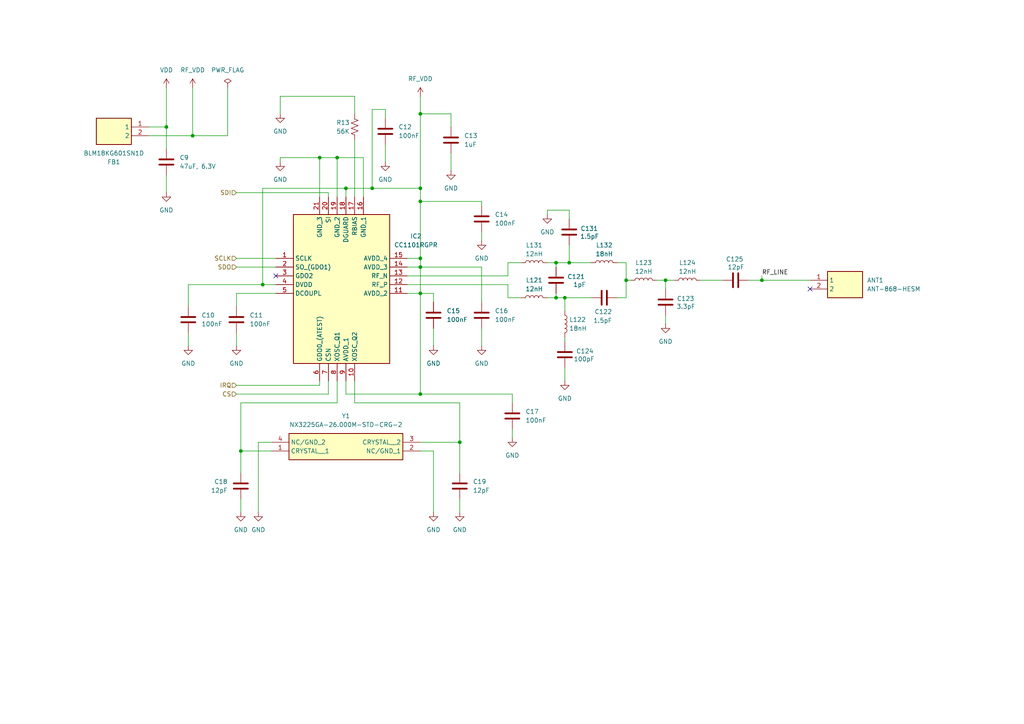
<source format=kicad_sch>
(kicad_sch (version 20250114) (generator "eeschema") (generator_version "9.0")
  (paper "A4")
  (title_block (title "RF") (date "2025-10-02") (rev "REV0.0") (company "NPX4U"))
  (lib_symbols
    (symbol "ANT-868-HESM:ANT-868-HESM"
      (property "Reference" "ANT" (at 16.51 7.62 0))
      (property "Value" "ANT-868-HESM" (at 16.51 5.08 0))
      (symbol "ANT-868-HESM_1_1"
        (rectangle (start 5.08 2.54) (end 15.24 -5.08) (stroke (width 0.254)) (fill (type background)))
        (pin passive line (at 0 0 0) (length 5.08) (name "1") (number "1"))
        (pin passive line (at 0 -2.54 0) (length 5.08) (name "2") (number "2"))
      )
    )
    (symbol "BLM18KG601SN1:BLM18KG601SN1D"
      (property "Reference" "FB" (at 16.51 7.62 0))
      (property "Value" "BLM18KG601SN1D" (at 16.51 5.08 0))
      (symbol "BLM18KG601SN1D_1_1"
        (rectangle (start 5.08 2.54) (end 15.24 -5.08) (stroke (width 0.254)) (fill (type background)))
        (pin passive line (at 0 0 0) (length 5.08) (name "1") (number "1"))
        (pin passive line (at 0 -2.54 0) (length 5.08) (name "2") (number "2"))
      )
    )
    (symbol "CC1101RGPR:CC1101RGPR"
      (property "Reference" "IC" (at 34.29 17.78 0))
      (property "Value" "CC1101RGPR" (at 34.29 15.24 0))
      (symbol "CC1101RGPR_1_1"
        (rectangle (start 5.08 12.7) (end 33.02 -30.48) (stroke (width 0.254)) (fill (type background)))
        (pin passive line (at 0 0 0) (length 5.08) (name "SCLK") (number "1"))
        (pin passive line (at 0 -2.54 0) (length 5.08) (name "SO_(GDO1)") (number "2"))
        (pin passive line (at 0 -5.08 0) (length 5.08) (name "GDO2") (number "3"))
        (pin passive line (at 0 -7.62 0) (length 5.08) (name "DVDD") (number "4"))
        (pin passive line (at 0 -10.16 0) (length 5.08) (name "DCOUPL") (number "5"))
        (pin passive line (at 12.7 17.78 270) (length 5.08) (name "GND_3") (number "21"))
        (pin passive line (at 12.7 -35.56 90) (length 5.08) (name "GDO0_(ATEST)") (number "6"))
        (pin passive line (at 15.24 17.78 270) (length 5.08) (name "SI") (number "20"))
        (pin passive line (at 15.24 -35.56 90) (length 5.08) (name "CSN") (number "7"))
        (pin passive line (at 17.78 17.78 270) (length 5.08) (name "GND_2") (number "19"))
        (pin passive line (at 17.78 -35.56 90) (length 5.08) (name "XOSC_Q1") (number "8"))
        (pin passive line (at 20.32 17.78 270) (length 5.08) (name "DGUARD") (number "18"))
        (pin passive line (at 20.32 -35.56 90) (length 5.08) (name "AVDD_1") (number "9"))
        (pin passive line (at 22.86 17.78 270) (length 5.08) (name "RBIAS") (number "17"))
        (pin passive line (at 22.86 -35.56 90) (length 5.08) (name "XOSC_Q2") (number "10"))
        (pin passive line (at 25.4 17.78 270) (length 5.08) (name "GND_1") (number "16"))
        (pin passive line (at 38.1 0 180) (length 5.08) (name "AVDD_4") (number "15"))
        (pin passive line (at 38.1 -2.54 180) (length 5.08) (name "AVDD_3") (number "14"))
        (pin passive line (at 38.1 -5.08 180) (length 5.08) (name "RF_N") (number "13"))
        (pin passive line (at 38.1 -7.62 180) (length 5.08) (name "RF_P") (number "12"))
        (pin passive line (at 38.1 -10.16 180) (length 5.08) (name "AVDD_2") (number "11"))
      )
    )
    (symbol "Device:C" (pin_numbers (hide yes)) (pin_names (offset 0.254))
      (property "Reference" "C" (at 0.635 2.54 0))
      (property "Value" "C" (at 0.635 -2.54 0))
      (symbol "C_0_1"
        (polyline (pts (xy -2.032 0.762) (xy 2.032 0.762)) (stroke (width 0.508)))
        (polyline (pts (xy -2.032 -0.762) (xy 2.032 -0.762)) (stroke (width 0.508)))
      )
      (symbol "C_1_1"
        (pin passive line (at 0 3.81 270) (length 2.794) (name "~") (number "1"))
        (pin passive line (at 0 -3.81 90) (length 2.794) (name "~") (number "2"))
      )
    )
    (symbol "Device:L" (pin_numbers (hide yes)) (pin_names (offset 1.016) (hide yes))
      (property "Reference" "L" (at -1.27 0 90))
      (property "Value" "L" (at 1.905 0 90))
      (symbol "L_0_1"
        (arc (start 0 2.54) (mid 0.6323 1.905) (end 0 1.27))
        (arc (start 0 1.27) (mid 0.6323 0.635) (end 0 0))
        (arc (start 0 0) (mid 0.6323 -0.635) (end 0 -1.27))
        (arc (start 0 -1.27) (mid 0.6323 -1.905) (end 0 -2.54))
      )
      (symbol "L_1_1"
        (pin passive line (at 0 3.81 270) (length 1.27) (name "1") (number "1"))
        (pin passive line (at 0 -3.81 90) (length 1.27) (name "2") (number "2"))
      )
    )
    (symbol "Device:R_US" (pin_numbers (hide yes)) (pin_names (offset 0))
      (property "Reference" "R" (at 2.54 0 90))
      (property "Value" "R_US" (at -2.54 0 90))
      (symbol "R_US_0_1"
        (polyline (pts (xy 0 2.286) (xy 0 2.54)))
        (polyline (pts (xy 0 2.286) (xy 1.016 1.905) (xy 0 1.524) (xy -1.016 1.143) (xy 0 0.762)))
        (polyline (pts (xy 0 0.762) (xy 1.016 0.381) (xy 0 0) (xy -1.016 -0.381) (xy 0 -0.762)))
        (polyline (pts (xy 0 -0.762) (xy 1.016 -1.143) (xy 0 -1.524) (xy -1.016 -1.905) (xy 0 -2.286)))
        (polyline (pts (xy 0 -2.286) (xy 0 -2.54)))
      )
      (symbol "R_US_1_1"
        (pin passive line (at 0 3.81 270) (length 1.27) (name "~") (number "1"))
        (pin passive line (at 0 -3.81 90) (length 1.27) (name "~") (number "2"))
      )
    )
    (symbol "NX3225GA-26_000M-STD-CRG-2:NX3225GA-26.000M-STD-CRG-2"
      (property "Reference" "Y" (at 39.37 7.62 0))
      (property "Value" "NX3225GA-26.000M-STD-CRG-2" (at 39.37 5.08 0))
      (symbol "NX3225GA-26.000M-STD-CRG-2_1_1"
        (rectangle (start 5.08 2.54) (end 38.1 -5.08) (stroke (width 0.254)) (fill (type background)))
        (pin passive line (at 0 0 0) (length 5.08) (name "NC/GND_2") (number "4"))
        (pin passive line (at 0 -2.54 0) (length 5.08) (name "CRYSTAL__1") (number "1"))
        (pin passive line (at 43.18 0 180) (length 5.08) (name "CRYSTAL__2") (number "3"))
        (pin passive line (at 43.18 -2.54 180) (length 5.08) (name "NC/GND_1") (number "2"))
      )
    )
    (symbol "power:GND" (power) (pin_numbers (hide yes)) (pin_names (offset 0) (hide yes))
      (property "Value" "GND" (at 0 -3.81 0))
      (symbol "GND_0_1"
        (polyline (pts (xy 0 0) (xy 0 -1.27) (xy 1.27 -1.27) (xy 0 -2.54) (xy -1.27 -1.27) (xy 0 -1.27)))
      )
      (symbol "GND_1_1"
        (pin power_in line (at 0 0 270) (length 0) (name "~") (number "1"))
      )
    )
    (symbol "power:PWR_FLAG" (power) (pin_numbers (hide yes)) (pin_names (offset 0) (hide yes))
      (property "Value" "PWR_FLAG" (at 0 3.81 0))
      (symbol "PWR_FLAG_0_0"
        (pin power_out line (at 0 0 90) (length 0) (name "~") (number "1"))
      )
      (symbol "PWR_FLAG_0_1"
        (polyline (pts (xy 0 0) (xy 0 1.27) (xy -1.016 1.905) (xy 0 2.54) (xy 1.016 1.905) (xy 0 1.27)))
      )
    )
    (symbol "power:VDD" (power) (pin_numbers (hide yes)) (pin_names (offset 0) (hide yes))
      (property "Value" "VDD" (at 0 3.556 0))
      (symbol "VDD_0_1"
        (polyline (pts (xy -0.762 1.27) (xy 0 2.54)))
        (polyline (pts (xy 0 2.54) (xy 0.762 1.27)))
        (polyline (pts (xy 0 0) (xy 0 2.54)))
      )
      (symbol "VDD_1_1"
        (pin power_in line (at 0 0 90) (length 0) (name "~") (number "1"))
      )
    )
  )
  (junction (at 92.71 45.72))
  (junction (at 121.92 58.42))
  (junction (at 100.33 54.61))
  (junction (at 121.92 33.02))
  (junction (at 163.83 86.36))
  (junction (at 121.92 74.93))
  (junction (at 193.04 81.28))
  (junction (at 165.1 76.2))
  (junction (at 161.29 86.36))
  (junction (at 220.98 81.28))
  (junction (at 133.35 128.27))
  (junction (at 48.26 36.83))
  (junction (at 161.29 76.2))
  (junction (at 121.92 54.61))
  (junction (at 121.92 77.47))
  (junction (at 181.61 81.28))
  (junction (at 121.92 114.3))
  (junction (at 107.95 54.61))
  (junction (at 69.85 130.81))
  (junction (at 76.2 82.55))
  (junction (at 97.79 45.72))
  (junction (at 55.88 39.37))
  (junction (at 121.92 85.09))
  (no_connect (at 80.01 80.01))
  (no_connect (at 234.95 83.82))
  (wire (pts (xy 121.92 114.3) (xy 121.92 85.09)))
  (wire (pts (xy 102.87 116.84) (xy 102.87 110.49)))
  (wire (pts (xy 139.7 58.42) (xy 139.7 59.69)))
  (wire (pts (xy 179.07 76.2) (xy 181.61 76.2)))
  (wire (pts (xy 102.87 27.94) (xy 102.87 33.02)))
  (wire (pts (xy 163.83 97.79) (xy 163.83 99.06)))
  (wire (pts (xy 105.41 45.72) (xy 105.41 57.15)))
  (wire (pts (xy 81.28 45.72) (xy 92.71 45.72)))
  (wire (pts (xy 163.83 86.36) (xy 161.29 86.36)))
  (wire (pts (xy 97.79 116.84) (xy 97.79 110.49)))
  (wire (pts (xy 139.7 67.31) (xy 139.7 69.85)))
  (wire (pts (xy 125.73 130.81) (xy 125.73 148.59)))
  (wire (pts (xy 111.76 41.91) (xy 111.76 46.99)))
  (wire (pts (xy 158.75 62.23) (xy 158.75 60.96)))
  (wire (pts (xy 158.75 76.2) (xy 161.29 76.2)))
  (wire (pts (xy 193.04 81.28) (xy 195.58 81.28)))
  (wire (pts (xy 107.95 54.61) (xy 121.92 54.61)))
  (wire (pts (xy 95.25 114.3) (xy 95.25 110.49)))
  (wire (pts (xy 54.61 96.52) (xy 54.61 100.33)))
  (wire (pts (xy 121.92 77.47) (xy 121.92 74.93)))
  (wire (pts (xy 55.88 39.37) (xy 43.18 39.37)))
  (wire (pts (xy 193.04 91.44) (xy 193.04 93.98)))
  (wire (pts (xy 100.33 57.15) (xy 100.33 54.61)))
  (wire (pts (xy 121.92 54.61) (xy 121.92 58.42)))
  (wire (pts (xy 121.92 130.81) (xy 125.73 130.81)))
  (wire (pts (xy 68.58 96.52) (xy 68.58 100.33)))
  (wire (pts (xy 147.32 82.55) (xy 147.32 86.36)))
  (wire (pts (xy 95.25 55.88) (xy 95.25 57.15)))
  (wire (pts (xy 80.01 82.55) (xy 76.2 82.55)))
  (wire (pts (xy 74.93 128.27) (xy 78.74 128.27)))
  (wire (pts (xy 163.83 106.68) (xy 163.83 110.49)))
  (wire (pts (xy 68.58 74.93) (xy 80.01 74.93)))
  (wire (pts (xy 139.7 95.25) (xy 139.7 100.33)))
  (wire (pts (xy 133.35 137.16) (xy 133.35 128.27)))
  (wire (pts (xy 179.07 86.36) (xy 181.61 86.36)))
  (wire (pts (xy 130.81 33.02) (xy 121.92 33.02)))
  (wire (pts (xy 92.71 45.72) (xy 97.79 45.72)))
  (wire (pts (xy 68.58 55.88) (xy 95.25 55.88)))
  (wire (pts (xy 217.17 81.28) (xy 220.98 81.28)))
  (wire (pts (xy 81.28 33.02) (xy 81.28 27.94)))
  (wire (pts (xy 69.85 137.16) (xy 69.85 130.81)))
  (wire (pts (xy 158.75 86.36) (xy 161.29 86.36)))
  (wire (pts (xy 68.58 85.09) (xy 80.01 85.09)))
  (wire (pts (xy 139.7 87.63) (xy 139.7 77.47)))
  (wire (pts (xy 76.2 82.55) (xy 76.2 54.61)))
  (wire (pts (xy 121.92 58.42) (xy 121.92 74.93)))
  (wire (pts (xy 165.1 76.2) (xy 171.45 76.2)))
  (wire (pts (xy 69.85 144.78) (xy 69.85 148.59)))
  (wire (pts (xy 107.95 31.75) (xy 107.95 54.61)))
  (wire (pts (xy 54.61 88.9) (xy 54.61 82.55)))
  (wire (pts (xy 74.93 148.59) (xy 74.93 128.27)))
  (wire (pts (xy 118.11 85.09) (xy 121.92 85.09)))
  (wire (pts (xy 147.32 86.36) (xy 151.13 86.36)))
  (wire (pts (xy 54.61 82.55) (xy 76.2 82.55)))
  (wire (pts (xy 165.1 60.96) (xy 165.1 63.5)))
  (wire (pts (xy 130.81 44.45) (xy 130.81 49.53)))
  (wire (pts (xy 121.92 114.3) (xy 148.59 114.3)))
  (wire (pts (xy 220.98 80.01) (xy 220.98 81.28)))
  (wire (pts (xy 118.11 77.47) (xy 121.92 77.47)))
  (wire (pts (xy 69.85 116.84) (xy 97.79 116.84)))
  (wire (pts (xy 68.58 114.3) (xy 95.25 114.3)))
  (wire (pts (xy 181.61 76.2) (xy 181.61 81.28)))
  (wire (pts (xy 121.92 85.09) (xy 121.92 77.47)))
  (wire (pts (xy 163.83 90.17) (xy 163.83 86.36)))
  (wire (pts (xy 76.2 54.61) (xy 100.33 54.61)))
  (wire (pts (xy 68.58 77.47) (xy 80.01 77.47)))
  (wire (pts (xy 69.85 130.81) (xy 78.74 130.81)))
  (wire (pts (xy 190.5 81.28) (xy 193.04 81.28)))
  (wire (pts (xy 193.04 81.28) (xy 193.04 83.82)))
  (wire (pts (xy 165.1 71.12) (xy 165.1 76.2)))
  (wire (pts (xy 100.33 114.3) (xy 121.92 114.3)))
  (wire (pts (xy 158.75 60.96) (xy 165.1 60.96)))
  (wire (pts (xy 97.79 45.72) (xy 97.79 57.15)))
  (wire (pts (xy 92.71 57.15) (xy 92.71 45.72)))
  (wire (pts (xy 163.83 86.36) (xy 171.45 86.36)))
  (wire (pts (xy 43.18 36.83) (xy 48.26 36.83)))
  (wire (pts (xy 181.61 86.36) (xy 181.61 81.28)))
  (wire (pts (xy 92.71 111.76) (xy 92.71 110.49)))
  (wire (pts (xy 111.76 31.75) (xy 107.95 31.75)))
  (wire (pts (xy 48.26 36.83) (xy 48.26 25.4)))
  (wire (pts (xy 81.28 27.94) (xy 102.87 27.94)))
  (wire (pts (xy 148.59 114.3) (xy 148.59 116.84)))
  (wire (pts (xy 81.28 46.99) (xy 81.28 45.72)))
  (wire (pts (xy 147.32 80.01) (xy 147.32 76.2)))
  (wire (pts (xy 100.33 110.49) (xy 100.33 114.3)))
  (wire (pts (xy 121.92 27.94) (xy 121.92 33.02)))
  (wire (pts (xy 68.58 88.9) (xy 68.58 85.09)))
  (wire (pts (xy 181.61 81.28) (xy 182.88 81.28)))
  (wire (pts (xy 118.11 82.55) (xy 147.32 82.55)))
  (wire (pts (xy 55.88 25.4) (xy 55.88 39.37)))
  (wire (pts (xy 66.04 39.37) (xy 55.88 39.37)))
  (wire (pts (xy 121.92 33.02) (xy 121.92 54.61)))
  (wire (pts (xy 161.29 76.2) (xy 165.1 76.2)))
  (wire (pts (xy 118.11 80.01) (xy 147.32 80.01)))
  (wire (pts (xy 66.04 25.4) (xy 66.04 39.37)))
  (wire (pts (xy 133.35 116.84) (xy 102.87 116.84)))
  (wire (pts (xy 121.92 85.09) (xy 125.73 85.09)))
  (wire (pts (xy 121.92 128.27) (xy 133.35 128.27)))
  (wire (pts (xy 139.7 77.47) (xy 121.92 77.47)))
  (wire (pts (xy 48.26 50.8) (xy 48.26 55.88)))
  (wire (pts (xy 125.73 95.25) (xy 125.73 100.33)))
  (wire (pts (xy 48.26 36.83) (xy 48.26 43.18)))
  (wire (pts (xy 133.35 128.27) (xy 133.35 116.84)))
  (wire (pts (xy 133.35 144.78) (xy 133.35 148.59)))
  (wire (pts (xy 69.85 130.81) (xy 69.85 116.84)))
  (wire (pts (xy 97.79 45.72) (xy 105.41 45.72)))
  (wire (pts (xy 121.92 74.93) (xy 118.11 74.93)))
  (wire (pts (xy 125.73 87.63) (xy 125.73 85.09)))
  (wire (pts (xy 148.59 124.46) (xy 148.59 127)))
  (wire (pts (xy 68.58 111.76) (xy 92.71 111.76)))
  (wire (pts (xy 121.92 58.42) (xy 139.7 58.42)))
  (wire (pts (xy 100.33 54.61) (xy 107.95 54.61)))
  (wire (pts (xy 220.98 81.28) (xy 234.95 81.28)))
  (wire (pts (xy 203.2 81.28) (xy 209.55 81.28)))
  (wire (pts (xy 147.32 76.2) (xy 151.13 76.2)))
  (wire (pts (xy 111.76 31.75) (xy 111.76 34.29)))
  (wire (pts (xy 161.29 76.2) (xy 161.29 77.47)))
  (wire (pts (xy 130.81 36.83) (xy 130.81 33.02)))
  (wire (pts (xy 161.29 86.36) (xy 161.29 85.09)))
  (wire (pts (xy 102.87 40.64) (xy 102.87 57.15)))
  (label "RF_LINE" (at 220.98 80.01 0))
  (hierarchical_label "CS" (shape input) (at 68.58 114.3 180))
  (hierarchical_label "SDO" (shape input) (at 68.58 77.47 180))
  (hierarchical_label "SDI" (shape input) (at 68.58 55.88 180))
  (hierarchical_label "IRQ" (shape input) (at 68.58 111.76 180))
  (hierarchical_label "SCLK" (shape input) (at 68.58 74.93 180))
  (symbol (lib_id "Device:L") (at 154.94 76.2 90) (unit 1)
    (property "Reference" "L131" (at 154.94 71.12 90))
    (property "Value" "12nH" (at 154.94 73.66 90))
    (property "Footprint" "Inductor_SMD:L_0402_1005Metric" (effects (hide yes)))
    (property "Description" "Inductor" (effects (hide yes)))
    (property "Mouser Part Number" "81-LQW15AN12NJ80D" (effects (hide yes)))
    (property "Supplier Link" "https://pt.mouser.com/ProductDetail/Murata-Electronics/LQW15AN12NJ80D?qs=p1l%252BOuySasI0Z4MLb3Accg%3D%3D" (effects (hide yes)))
    (property "Manufacturer" "Murata" (effects (hide yes)))
    (property "Manufacturer Part Number" "LQW15AN12NJ80D" (effects (hide yes)))
  )
  (symbol (lib_id "power:VDD") (at 48.26 25.4 0) (unit 1)
    (property "Reference" "#PWR016" (effects (hide yes)))
    (property "Value" "VDD" (at 48.26 20.32 0))
    (property "Description" "Power symbol creates a global label with name \"VDD\"" (effects (hide yes)))
  )
  (symbol (lib_id "power:GND") (at 193.04 93.98 0) (unit 1)
    (property "Reference" "#PWR037" (effects (hide yes)))
    (property "Value" "GND" (at 193.04 99.06 0))
    (property "Description" "Power symbol creates a global label with name \"GND\" , ground" (effects (hide yes)))
  )
  (symbol (lib_id "Device:C") (at 161.29 81.28 180) (unit 1)
    (property "Reference" "C121" (at 169.672 80.264 0) (effects (justify left)))
    (property "Value" "1pF" (at 169.926 82.55 0) (effects (justify left)))
    (property "Footprint" "Capacitor_SMD:C_0402_1005Metric" (effects (hide yes)))
    (property "Description" "Unpolarized capacitor" (effects (hide yes)))
    (property "Mouser Part Number" "81-GRM1555C1H1R0BA1J" (effects (hide yes)))
    (property "Supplier Link" "https://pt.mouser.com/ProductDetail/Murata-Electronics/GRM1555C1H1R0BA01J?qs=ouTquLLW2S5DcHZ7kLUjdg%3D%3D" (effects (hide yes)))
    (property "Manufacturer" "Murata" (effects (hide yes)))
    (property "Manufacturer Part Number" "GRM1555C1H1R0BA01J" (effects (hide yes)))
  )
  (symbol (lib_id "Device:C") (at 213.36 81.28 90) (unit 1)
    (property "Reference" "C125" (at 215.646 75.184 90) (effects (justify left)))
    (property "Value" "12pF" (at 215.8999 77.47 90) (effects (justify left)))
    (property "Footprint" "Capacitor_SMD:C_0402_1005Metric" (effects (hide yes)))
    (property "Description" "Unpolarized capacitor" (effects (hide yes)))
    (property "Mouser Part Number" "81-GRM1555C1H120FA1D" (effects (hide yes)))
    (property "Supplier Link" "https://pt.mouser.com/ProductDetail/Murata-Electronics/GRM1555C1H120FA01D?qs=ouTquLLW2S4GiX6b03cbUg%3D%3D" (effects (hide yes)))
    (property "Manufacturer" "Murata" (effects (hide yes)))
    (property "Manufacturer Part Number" "GRM1555C1H120FA01D" (effects (hide yes)))
  )
  (symbol (lib_id "ANT-868-HESM:ANT-868-HESM") (at 234.95 81.28 0) (unit 1)
    (property "Reference" "ANT1" (at 251.46 81.2799 0) (effects (justify left)))
    (property "Value" "ANT-868-HESM" (at 251.46 83.8199 0) (effects (justify left)))
    (property "Footprint" "MyParts:ANT-868-HESM" (effects (hide yes)))
    (property "Datasheet" "https://www.te.com/commerce/DocumentDelivery/DDEController?Action=showdoc&DocId=Data+Sheet%7Fant-868-hexx%7FA%7Fpdf%7FEnglish%7FENG_DS_ant-868-hexx_A.pdf%7FANT-868-HETH" (effects (hide yes)))
    (property "Description" "868MHz ISM, LPWA Helical RF Antenna 862MHz ~ 876MHz 5.6dBi Solder Through Hole" (effects (hide yes)))
    (property "Height" "8.9" (effects (hide yes)))
    (property "Mouser Part Number" "712-ANT-868-HESM" (effects (hide yes)))
    (property "Supplier Link" "https://eu.mouser.com/ProductDetail/TE-Connectivity-Linx-Technologies/ANT-868-HESM?qs=hWgE7mdIu5TTyqPbNERfhg%3D%3D" (effects (hide yes)))
    (property "Manufacturer" "TE Connectivity" (effects (hide yes)))
    (property "Manufacturer Part Number" "ANT-868-HETH" (effects (hide yes)))
  )
  (symbol (lib_id "Device:R_US") (at 102.87 36.83 180) (unit 1)
    (property "Reference" "R13" (at 97.536 35.56 0) (effects (justify right)))
    (property "Value" "56K" (at 97.536 38.1 0) (effects (justify right)))
    (property "Footprint" "Resistor_SMD:R_0402_1005Metric" (effects (hide yes)))
    (property "Description" "Resistor, US symbol" (effects (hide yes)))
    (property "Mouser Part Number" "667-ERJ-PA2F5602X" (effects (hide yes)))
    (property "Supplier Link" "https://pt.mouser.com/ProductDetail/Panasonic/ERJ-PA2F5602X?qs=sGAEpiMZZMvdGkrng054t39FRO7iDkA6z1H%252BqyfqNLr9YdfcpMbawA%3D%3D" (effects (hide yes)))
    (property "Manufacturer" "Panasonic" (effects (hide yes)))
    (property "Manufacturer Part Number" "ERJ-PA2F5602X" (effects (hide yes)))
  )
  (symbol (lib_id "Device:C") (at 165.1 67.31 180) (unit 1)
    (property "Reference" "C131" (at 173.482 66.294 0) (effects (justify left)))
    (property "Value" "1.5pF" (at 173.736 68.58 0) (effects (justify left)))
    (property "Footprint" "Capacitor_SMD:C_0402_1005Metric" (effects (hide yes)))
    (property "Description" "Unpolarized capacitor" (effects (hide yes)))
    (property "Mouser Part Number" "81-GRM1555C1E1R5BA1D" (effects (hide yes)))
    (property "Supplier Link" "https://pt.mouser.com/ProductDetail/Murata-Electronics/GRM1555C1E1R5BA01D?qs=ouTquLLW2S6xHAnxxZWZ1w%3D%3D" (effects (hide yes)))
    (property "Manufacturer" "Murata" (effects (hide yes)))
    (property "Manufacturer Part Number" "GRM1555C1E1R5BA01D" (effects (hide yes)))
  )
  (symbol (lib_id "Device:L") (at 154.94 86.36 90) (unit 1)
    (property "Reference" "L121" (at 154.94 81.28 90))
    (property "Value" "12nH" (at 154.94 83.82 90))
    (property "Footprint" "Inductor_SMD:L_0402_1005Metric" (effects (hide yes)))
    (property "Description" "Inductor" (effects (hide yes)))
    (property "Mouser Part Number" "81-LQW15AN12NJ80D" (effects (hide yes)))
    (property "Supplier Link" "https://pt.mouser.com/ProductDetail/Murata-Electronics/LQW15AN12NJ80D?qs=p1l%252BOuySasI0Z4MLb3Accg%3D%3D" (effects (hide yes)))
    (property "Manufacturer" "Murata" (effects (hide yes)))
    (property "Manufacturer Part Number" "LQW15AN12NJ80D" (effects (hide yes)))
  )
  (symbol (lib_id "power:GND") (at 54.61 100.33 0) (unit 1)
    (property "Reference" "#PWR051" (effects (hide yes)))
    (property "Value" "GND" (at 54.61 105.41 0))
    (property "Description" "Power symbol creates a global label with name \"GND\" , ground" (effects (hide yes)))
  )
  (symbol (lib_id "power:GND") (at 130.81 49.53 0) (unit 1)
    (property "Reference" "#PWR049" (effects (hide yes)))
    (property "Value" "GND" (at 130.81 54.61 0))
    (property "Description" "Power symbol creates a global label with name \"GND\" , ground" (effects (hide yes)))
  )
  (symbol (lib_id "CC1101RGPR:CC1101RGPR") (at 80.01 74.93 0) (unit 1)
    (property "Reference" "IC2" (at 120.65 68.5098 0))
    (property "Value" "CC1101RGPR" (at 120.65 71.0498 0))
    (property "Footprint" "MyParts:QFN50P400X400X100-21N-D" (effects (hide yes)))
    (property "Datasheet" "http://www.ti.com/lit/gpn/cc1101" (effects (hide yes)))
    (property "Description" "Low-Power Sub-1GHz RF Transceiver" (effects (hide yes)))
    (property "Height" "1" (effects (hide yes)))
    (property "Mouser Part Number" "595-CC1101RGPR" (effects (hide yes)))
    (property "Supplier Link" "https://www.mouser.co.uk/ProductDetail/Texas-Instruments/CC1101RGPR?qs=OHhYoCux73lreNWI41kZ9Q%3D%3D" (effects (hide yes)))
    (property "Manufacturer" "Texas Instruments" (effects (hide yes)))
    (property "Manufacturer Part Number" "CC1101RGPR" (effects (hide yes)))
  )
  (symbol (lib_id "Device:C") (at 163.83 102.87 180) (unit 1)
    (property "Reference" "C124" (at 172.212 101.854 0) (effects (justify left)))
    (property "Value" "100pF" (at 172.466 104.14 0) (effects (justify left)))
    (property "Footprint" "Capacitor_SMD:C_0402_1005Metric" (effects (hide yes)))
    (property "Description" "Unpolarized capacitor" (effects (hide yes)))
    (property "Mouser Part Number" "81-GRM1555C1H101FA1J" (effects (hide yes)))
    (property "Supplier Link" "https://pt.mouser.com/ProductDetail/Murata-Electronics/GRM1555C1H101FA01J?qs=ouTquLLW2S5iwhfDVY6IbQ%3D%3D" (effects (hide yes)))
    (property "Manufacturer" "Murata" (effects (hide yes)))
    (property "Manufacturer Part Number" "GRM1555C1H101FA01J" (effects (hide yes)))
  )
  (symbol (lib_id "Device:C") (at 148.59 120.65 0) (unit 1)
    (property "Reference" "C17" (at 152.4 119.3799 0) (effects (justify left)))
    (property "Value" "100nF" (at 152.4 121.9199 0) (effects (justify left)))
    (property "Footprint" "Capacitor_SMD:C_0402_1005Metric" (effects (hide yes)))
    (property "Description" "Unpolarized capacitor" (effects (hide yes)))
    (property "Mouser Part Number" "603-CC402KRX7R7BB104" (effects (hide yes)))
    (property "Supplier Link" "https://pt.mouser.com/ProductDetail/YAGEO/CC0402KRX7R7BB104?qs=AgBp2OyFlx%252BSOyhfyS7hpw%3D%3D" (effects (hide yes)))
    (property "Manufacturer" "Yageo" (effects (hide yes)))
    (property "Manufacturer Part Number" "CC0402KRX7R7BB104" (effects (hide yes)))
  )
  (symbol (lib_id "Device:L") (at 186.69 81.28 90) (unit 1)
    (property "Reference" "L123" (at 186.69 76.2 90))
    (property "Value" "12nH" (at 186.69 78.74 90))
    (property "Footprint" "Inductor_SMD:L_0402_1005Metric" (effects (hide yes)))
    (property "Description" "Inductor" (effects (hide yes)))
    (property "Mouser Part Number" "81-LQW15AN12NJ80D" (effects (hide yes)))
    (property "Supplier Link" "https://pt.mouser.com/ProductDetail/Murata-Electronics/LQW15AN12NJ80D?qs=p1l%252BOuySasI0Z4MLb3Accg%3D%3D" (effects (hide yes)))
    (property "Manufacturer" "Murata" (effects (hide yes)))
    (property "Manufacturer Part Number" "LQW15AN12NJ80D" (effects (hide yes)))
  )
  (symbol (lib_id "Device:C") (at 133.35 140.97 0) (unit 1)
    (property "Reference" "C19" (at 137.16 139.6999 0) (effects (justify left)))
    (property "Value" "12pF" (at 137.16 142.2399 0) (effects (justify left)))
    (property "Footprint" "Capacitor_SMD:C_0402_1005Metric" (effects (hide yes)))
    (property "Description" "Unpolarized capacitor" (effects (hide yes)))
    (property "Mouser Part Number" "81-GRM1555C1H120FA1D" (effects (hide yes)))
    (property "Supplier Link" "https://pt.mouser.com/ProductDetail/Murata-Electronics/GRM1555C1H120FA01D?qs=ouTquLLW2S4GiX6b03cbUg%3D%3D" (effects (hide yes)))
    (property "Manufacturer" "Murata Electronics" (effects (hide yes)))
    (property "Manufacturer Part Number" "GRM1555C1H120FA1D" (effects (hide yes)))
  )
  (symbol (lib_id "BLM18KG601SN1:BLM18KG601SN1D") (at 43.18 36.83 0) (mirror y) (unit 1)
    (property "Reference" "FB1" (at 33.02 46.99 0))
    (property "Value" "BLM18KG601SN1D" (at 33.02 44.45 0))
    (property "Footprint" "MyParts:BLM18SP221SN1B" (effects (hide yes)))
    (property "Datasheet" "http://www.murata.com/~/media/webrenewal/support/library/catalog/products/emc/emifil/c31e.ashx?la=en-gb" (effects (hide yes)))
    (property "Description" "BLM18_N1D Series EMI Suppression Filter 600+/-25% at 100MHz 1.3A @85" (effects (hide yes)))
    (property "Height" "0.95" (effects (hide yes)))
    (property "Mouser Part Number" "81-BLM18KG601SN1D" (effects (hide yes)))
    (property "Supplier Link" "https://www.mouser.co.uk/ProductDetail/Murata-Electronics/BLM18KG601SN1D?qs=rvfpa0%252BU10NPWIt745bDHg%3D%3D" (effects (hide yes)))
    (property "Manufacturer" "Murata Electronics" (effects (hide yes)))
    (property "Manufacturer Part Number" "BLM18KG601SN1D" (effects (hide yes)))
  )
  (symbol (lib_id "power:GND") (at 158.75 62.23 0) (unit 1)
    (property "Reference" "#PWR035" (effects (hide yes)))
    (property "Value" "GND" (at 158.75 67.31 0))
    (property "Description" "Power symbol creates a global label with name \"GND\" , ground" (effects (hide yes)))
  )
  (symbol (lib_id "power:VDD") (at 121.92 27.94 0) (unit 1)
    (property "Reference" "#PWR039" (effects (hide yes)))
    (property "Value" "RF_VDD" (at 121.92 22.86 0))
    (property "Description" "Power symbol creates a global label with name \"VDD\"" (effects (hide yes)))
  )
  (symbol (lib_id "Device:C") (at 139.7 63.5 0) (unit 1)
    (property "Reference" "C14" (at 143.51 62.2299 0) (effects (justify left)))
    (property "Value" "100nF" (at 143.51 64.7699 0) (effects (justify left)))
    (property "Footprint" "Capacitor_SMD:C_0402_1005Metric" (effects (hide yes)))
    (property "Description" "Unpolarized capacitor" (effects (hide yes)))
    (property "Mouser Part Number" "603-CC402KRX7R7BB104" (effects (hide yes)))
    (property "Supplier Link" "https://pt.mouser.com/ProductDetail/YAGEO/CC0402KRX7R7BB104?qs=AgBp2OyFlx%252BSOyhfyS7hpw%3D%3D" (effects (hide yes)))
    (property "Manufacturer" "Yageo" (effects (hide yes)))
    (property "Manufacturer Part Number" "CC0402KRX7R7BB104" (effects (hide yes)))
  )
  (symbol (lib_id "power:GND") (at 125.73 148.59 0) (unit 1)
    (property "Reference" "#PWR046" (effects (hide yes)))
    (property "Value" "GND" (at 125.73 153.67 0))
    (property "Description" "Power symbol creates a global label with name \"GND\" , ground" (effects (hide yes)))
  )
  (symbol (lib_id "Device:C") (at 68.58 92.71 0) (unit 1)
    (property "Reference" "C11" (at 72.39 91.4399 0) (effects (justify left)))
    (property "Value" "100nF" (at 72.39 93.9799 0) (effects (justify left)))
    (property "Footprint" "Capacitor_SMD:C_0402_1005Metric" (effects (hide yes)))
    (property "Description" "Unpolarized capacitor" (effects (hide yes)))
    (property "Mouser Part Number" "603-CC402KRX7R7BB104" (effects (hide yes)))
    (property "Supplier Link" "https://pt.mouser.com/ProductDetail/YAGEO/CC0402KRX7R7BB104?qs=AgBp2OyFlx%252BSOyhfyS7hpw%3D%3D" (effects (hide yes)))
    (property "Manufacturer" "Yageo" (effects (hide yes)))
    (property "Manufacturer Part Number" "CC0402KRX7R7BB104" (effects (hide yes)))
  )
  (symbol (lib_id "power:GND") (at 68.58 100.33 0) (unit 1)
    (property "Reference" "#PWR038" (effects (hide yes)))
    (property "Value" "GND" (at 68.58 105.41 0))
    (property "Description" "Power symbol creates a global label with name \"GND\" , ground" (effects (hide yes)))
  )
  (symbol (lib_id "power:GND") (at 48.26 55.88 0) (unit 1)
    (property "Reference" "#PWR048" (effects (hide yes)))
    (property "Value" "GND" (at 48.26 60.96 0))
    (property "Description" "Power symbol creates a global label with name \"GND\" , ground" (effects (hide yes)))
  )
  (symbol (lib_id "power:GND") (at 81.28 46.99 0) (unit 1)
    (property "Reference" "#PWR017" (effects (hide yes)))
    (property "Value" "GND" (at 81.28 52.07 0))
    (property "Description" "Power symbol creates a global label with name \"GND\" , ground" (effects (hide yes)))
  )
  (symbol (lib_id "power:GND") (at 125.73 100.33 0) (unit 1)
    (property "Reference" "#PWR050" (effects (hide yes)))
    (property "Value" "GND" (at 125.73 105.41 0))
    (property "Description" "Power symbol creates a global label with name \"GND\" , ground" (effects (hide yes)))
  )
  (symbol (lib_id "power:GND") (at 163.83 110.49 0) (unit 1)
    (property "Reference" "#PWR036" (effects (hide yes)))
    (property "Value" "GND" (at 163.83 115.57 0))
    (property "Description" "Power symbol creates a global label with name \"GND\" , ground" (effects (hide yes)))
  )
  (symbol (lib_id "Device:C") (at 125.73 91.44 0) (unit 1)
    (property "Reference" "C15" (at 129.54 90.1699 0) (effects (justify left)))
    (property "Value" "100nF" (at 129.54 92.7099 0) (effects (justify left)))
    (property "Footprint" "Capacitor_SMD:C_0402_1005Metric" (effects (hide yes)))
    (property "Description" "Unpolarized capacitor" (effects (hide yes)))
    (property "Mouser Part Number" "603-CC402KRX7R7BB104" (effects (hide yes)))
    (property "Supplier Link" "https://pt.mouser.com/ProductDetail/YAGEO/CC0402KRX7R7BB104?qs=AgBp2OyFlx%252BSOyhfyS7hpw%3D%3D" (effects (hide yes)))
    (property "Manufacturer" "Yageo" (effects (hide yes)))
    (property "Manufacturer Part Number" "CC0402KRX7R7BB104" (effects (hide yes)))
  )
  (symbol (lib_id "Device:C") (at 48.26 46.99 0) (unit 1)
    (property "Reference" "C9" (at 52.07 45.7199 0) (effects (justify left)))
    (property "Value" "47uF, 6.3V" (at 52.07 48.2599 0) (effects (justify left)))
    (property "Footprint" "Capacitor_SMD:C_1206_3216Metric" (effects (hide yes)))
    (property "Description" "Unpolarized capacitor" (effects (hide yes)))
    (property "Mouser Part Number" "963-JMK325B7476MM-PR" (effects (hide yes)))
    (property "Supplier Link" "https://pt.mouser.com/ProductDetail/TAIYO-YUDEN/JMK325B7476MM-PR?qs=Zy5V7Kj3rCX4DwGK2%252BK4QQ%3D%3D" (effects (hide yes)))
    (property "Manufacturer" "TAYO YUDEN" (effects (hide yes)))
    (property "Manufacturer Part Number" "JMK325B7476MM-PR" (effects (hide yes)))
  )
  (symbol (lib_id "power:GND") (at 69.85 148.59 0) (unit 1)
    (property "Reference" "#PWR042" (effects (hide yes)))
    (property "Value" "GND" (at 69.85 153.67 0))
    (property "Description" "Power symbol creates a global label with name \"GND\" , ground" (effects (hide yes)))
  )
  (symbol (lib_id "power:GND") (at 139.7 69.85 0) (unit 1)
    (property "Reference" "#PWR053" (effects (hide yes)))
    (property "Value" "GND" (at 139.7 74.93 0))
    (property "Description" "Power symbol creates a global label with name \"GND\" , ground" (effects (hide yes)))
  )
  (symbol (lib_id "Device:C") (at 69.85 140.97 0) (mirror y) (unit 1)
    (property "Reference" "C18" (at 66.04 139.6999 0) (effects (justify left)))
    (property "Value" "12pF" (at 66.04 142.2399 0) (effects (justify left)))
    (property "Footprint" "Capacitor_SMD:C_0402_1005Metric" (effects (hide yes)))
    (property "Description" "Unpolarized capacitor" (effects (hide yes)))
    (property "Mouser Part Number" "81-GRM1555C1H120FA1D" (effects (hide yes)))
    (property "Supplier Link" "https://pt.mouser.com/ProductDetail/Murata-Electronics/GRM1555C1H120FA01D?qs=ouTquLLW2S4GiX6b03cbUg%3D%3D" (effects (hide yes)))
    (property "Manufacturer" "Murata Electronics" (effects (hide yes)))
    (property "Manufacturer Part Number" "GRM1555C1H120FA1D" (effects (hide yes)))
  )
  (symbol (lib_id "Device:L") (at 163.83 93.98 0) (unit 1)
    (property "Reference" "L122" (at 165.1 92.7099 0) (effects (justify left)))
    (property "Value" "18nH" (at 165.1 95.2499 0) (effects (justify left)))
    (property "Footprint" "Inductor_SMD:L_0402_1005Metric" (effects (hide yes)))
    (property "Description" "Inductor" (effects (hide yes)))
    (property "Mouser Part Number" "81-LQG15HH18NJ02D" (effects (hide yes)))
    (property "Supplier Link" "https://pt.mouser.com/ProductDetail/Murata-Electronics/LQG15HH18NJ02D?qs=%2F%252BYoplLUB5jGNEzMsrpOaQ%3D%3D" (effects (hide yes)))
    (property "Manufacturer" "Murata" (effects (hide yes)))
    (property "Manufacturer Part Number" "LQG15HH18NJ02D" (effects (hide yes)))
  )
  (symbol (lib_id "power:GND") (at 111.76 46.99 0) (unit 1)
    (property "Reference" "#PWR058" (effects (hide yes)))
    (property "Value" "GND" (at 111.76 52.07 0))
    (property "Description" "Power symbol creates a global label with name \"GND\" , ground" (effects (hide yes)))
  )
  (symbol (lib_id "Device:C") (at 130.81 40.64 0) (unit 1)
    (property "Reference" "C13" (at 134.62 39.3699 0) (effects (justify left)))
    (property "Value" "1uF" (at 134.62 41.9099 0) (effects (justify left)))
    (property "Footprint" "Capacitor_SMD:C_0402_1005Metric" (effects (hide yes)))
    (property "Description" "Unpolarized capacitor" (effects (hide yes)))
    (property "Mouser Part Number" "81-GXT155R60J105KE1D" (effects (hide yes)))
    (property "Supplier Link" "https://pt.mouser.com/ProductDetail/Murata-Electronics/GXT155R60J105KE01D?qs=d0WKAl%252BL4Kb4JfV7cPss8A%3D%3D" (effects (hide yes)))
    (property "Manufacturer" "Murata" (effects (hide yes)))
    (property "Manufacturer Part Number" "GXT155R60J105KE01D " (effects (hide yes)))
  )
  (symbol (lib_id "Device:C") (at 193.04 87.63 180) (unit 1)
    (property "Reference" "C123" (at 201.422 86.614 0) (effects (justify left)))
    (property "Value" "3.3pF" (at 201.676 88.9 0) (effects (justify left)))
    (property "Footprint" "Capacitor_SMD:C_0402_1005Metric" (effects (hide yes)))
    (property "Description" "Unpolarized capacitor" (effects (hide yes)))
    (property "Mouser Part Number" "81-GRM1555C1H3R3WA1D" (effects (hide yes)))
    (property "Supplier Link" "https://pt.mouser.com/ProductDetail/Murata-Electronics/GRM1555C1H3R3WA01D?qs=ouTquLLW2S75fzkTIuiuIg%3D%3D" (effects (hide yes)))
    (property "Manufacturer" "Murata" (effects (hide yes)))
    (property "Manufacturer Part Number" "GRM1555C1H3R3WA01D" (effects (hide yes)))
  )
  (symbol (lib_id "Device:L") (at 175.26 76.2 90) (unit 1)
    (property "Reference" "L132" (at 175.26 71.12 90))
    (property "Value" "18nH" (at 175.26 73.66 90))
    (property "Footprint" "Inductor_SMD:L_0402_1005Metric" (effects (hide yes)))
    (property "Description" "Inductor" (effects (hide yes)))
    (property "Mouser Part Number" "81-LQG15HH18NJ02D" (effects (hide yes)))
    (property "Supplier Link" "https://pt.mouser.com/ProductDetail/Murata-Electronics/LQG15HH18NJ02D?qs=%2F%252BYoplLUB5jGNEzMsrpOaQ%3D%3D" (effects (hide yes)))
    (property "Manufacturer" "Murata" (effects (hide yes)))
    (property "Manufacturer Part Number" "LQG15HH18NJ02D" (effects (hide yes)))
  )
  (symbol (lib_id "power:GND") (at 81.28 33.02 0) (unit 1)
    (property "Reference" "#PWR041" (effects (hide yes)))
    (property "Value" "GND" (at 81.28 38.1 0))
    (property "Description" "Power symbol creates a global label with name \"GND\" , ground" (effects (hide yes)))
  )
  (symbol (lib_id "power:GND") (at 139.7 100.33 0) (unit 1)
    (property "Reference" "#PWR052" (effects (hide yes)))
    (property "Value" "GND" (at 139.7 105.41 0))
    (property "Description" "Power symbol creates a global label with name \"GND\" , ground" (effects (hide yes)))
  )
  (symbol (lib_id "Device:L") (at 199.39 81.28 90) (unit 1)
    (property "Reference" "L124" (at 199.39 76.2 90))
    (property "Value" "12nH" (at 199.39 78.74 90))
    (property "Footprint" "Inductor_SMD:L_0402_1005Metric" (effects (hide yes)))
    (property "Description" "Inductor" (effects (hide yes)))
    (property "Mouser Part Number" "81-LQW15AN12NJ80D" (effects (hide yes)))
    (property "Supplier Link" "https://pt.mouser.com/ProductDetail/Murata-Electronics/LQW15AN12NJ80D?qs=p1l%252BOuySasI0Z4MLb3Accg%3D%3D" (effects (hide yes)))
    (property "Manufacturer" "Murata" (effects (hide yes)))
    (property "Manufacturer Part Number" "LQW15AN12NJ80D" (effects (hide yes)))
  )
  (symbol (lib_id "Device:C") (at 139.7 91.44 0) (unit 1)
    (property "Reference" "C16" (at 143.51 90.1699 0) (effects (justify left)))
    (property "Value" "100nF" (at 143.51 92.7099 0) (effects (justify left)))
    (property "Footprint" "Capacitor_SMD:C_0402_1005Metric" (effects (hide yes)))
    (property "Description" "Unpolarized capacitor" (effects (hide yes)))
    (property "Mouser Part Number" "603-CC402KRX7R7BB104" (effects (hide yes)))
    (property "Supplier Link" "https://pt.mouser.com/ProductDetail/YAGEO/CC0402KRX7R7BB104?qs=AgBp2OyFlx%252BSOyhfyS7hpw%3D%3D" (effects (hide yes)))
    (property "Manufacturer" "Yageo" (effects (hide yes)))
    (property "Manufacturer Part Number" "CC0402KRX7R7BB104" (effects (hide yes)))
  )
  (symbol (lib_id "power:GND") (at 148.59 127 0) (unit 1)
    (property "Reference" "#PWR059" (effects (hide yes)))
    (property "Value" "GND" (at 148.59 132.08 0))
    (property "Description" "Power symbol creates a global label with name \"GND\" , ground" (effects (hide yes)))
  )
  (symbol (lib_id "power:VDD") (at 55.88 25.4 0) (unit 1)
    (property "Reference" "#PWR018" (effects (hide yes)))
    (property "Value" "RF_VDD" (at 55.88 20.32 0))
    (property "Description" "Power symbol creates a global label with name \"VDD\"" (effects (hide yes)))
  )
  (symbol (lib_id "power:PWR_FLAG") (at 66.04 25.4 0) (unit 1)
    (property "Reference" "#FLG04" (effects (hide yes)))
    (property "Value" "PWR_FLAG" (at 66.04 20.32 0))
    (property "Description" "Special symbol for telling ERC where power comes from" (effects (hide yes)))
  )
  (symbol (lib_id "NX3225GA-26_000M-STD-CRG-2:NX3225GA-26.000M-STD-CRG-2") (at 78.74 128.27 0) (unit 1)
    (property "Reference" "Y1" (at 100.33 120.65 0))
    (property "Value" "NX3225GA-26.000M-STD-CRG-2" (at 100.33 123.19 0))
    (property "Footprint" "MyParts:NX3225GA26000MSTDCRG2" (effects (hide yes)))
    (property "Datasheet" "https://www.ndk.com/images/products/catalog/c_NX3225GA-2_e.pdf" (effects (hide yes)))
    (property "Description" "26MHz 8pF +/-20ppm +/-30ppm SMD3225-4P Crystals ROHS  Operating Temperature -40~+85" (effects (hide yes)))
    (property "Height" "0.9" (effects (hide yes)))
    (property "Mouser Part Number" "344-NX3225GA26MSTRG2" (effects (hide yes)))
    (property "Supplier Link" "https://www.mouser.co.uk/ProductDetail/NDK/NX3225GA-26.000M-STD-CRG-2?qs=w%2Fv1CP2dgqrNyFiUoufKQw%3D%3D" (effects (hide yes)))
    (property "Manufacturer" "NDK" (effects (hide yes)))
    (property "Manufacturer Part Number" "NX3225GA-26.000M-STD-CRG-2" (effects (hide yes)))
  )
  (symbol (lib_id "Device:C") (at 111.76 38.1 0) (unit 1)
    (property "Reference" "C12" (at 115.57 36.8299 0) (effects (justify left)))
    (property "Value" "100nF" (at 115.57 39.3699 0) (effects (justify left)))
    (property "Footprint" "Capacitor_SMD:C_0402_1005Metric" (effects (hide yes)))
    (property "Description" "Unpolarized capacitor" (effects (hide yes)))
    (property "Mouser Part Number" "603-CC402KRX7R7BB104" (effects (hide yes)))
    (property "Supplier Link" "https://pt.mouser.com/ProductDetail/YAGEO/CC0402KRX7R7BB104?qs=AgBp2OyFlx%252BSOyhfyS7hpw%3D%3D" (effects (hide yes)))
    (property "Manufacturer" "Yageo" (effects (hide yes)))
    (property "Manufacturer Part Number" "CC0402KRX7R7BB104" (effects (hide yes)))
  )
  (symbol (lib_id "power:GND") (at 74.93 148.59 0) (unit 1)
    (property "Reference" "#PWR047" (effects (hide yes)))
    (property "Value" "GND" (at 74.93 153.67 0))
    (property "Description" "Power symbol creates a global label with name \"GND\" , ground" (effects (hide yes)))
  )
  (symbol (lib_id "power:GND") (at 133.35 148.59 0) (unit 1)
    (property "Reference" "#PWR043" (effects (hide yes)))
    (property "Value" "GND" (at 133.35 153.67 0))
    (property "Description" "Power symbol creates a global label with name \"GND\" , ground" (effects (hide yes)))
  )
  (symbol (lib_id "Device:C") (at 175.26 86.36 90) (unit 1)
    (property "Reference" "C122" (at 177.546 90.424 90) (effects (justify left)))
    (property "Value" "1.5pF" (at 177.546 92.964 90) (effects (justify left)))
    (property "Footprint" "Capacitor_SMD:C_0402_1005Metric" (effects (hide yes)))
    (property "Description" "Unpolarized capacitor" (effects (hide yes)))
    (property "Mouser Part Number" "81-GRM1555C1E1R5BA1D" (effects (hide yes)))
    (property "Supplier Link" "https://pt.mouser.com/ProductDetail/Murata-Electronics/GRM1555C1E1R5BA01D?qs=ouTquLLW2S6xHAnxxZWZ1w%3D%3D" (effects (hide yes)))
    (property "Manufacturer" "Murata" (effects (hide yes)))
    (property "Manufacturer Part Number" "GRM1555C1E1R5BA01D" (effects (hide yes)))
  )
  (symbol (lib_id "Device:C") (at 54.61 92.71 0) (unit 1)
    (property "Reference" "C10" (at 58.42 91.4399 0) (effects (justify left)))
    (property "Value" "100nF" (at 58.42 93.9799 0) (effects (justify left)))
    (property "Footprint" "Capacitor_SMD:C_0402_1005Metric" (effects (hide yes)))
    (property "Description" "Unpolarized capacitor" (effects (hide yes)))
    (property "Mouser Part Number" "603-CC402KRX7R7BB104" (effects (hide yes)))
    (property "Supplier Link" "https://pt.mouser.com/ProductDetail/YAGEO/CC0402KRX7R7BB104?qs=AgBp2OyFlx%252BSOyhfyS7hpw%3D%3D" (effects (hide yes)))
    (property "Manufacturer" "Yageo" (effects (hide yes)))
    (property "Manufacturer Part Number" "CC0402KRX7R7BB104" (effects (hide yes)))
  )
)
</source>
